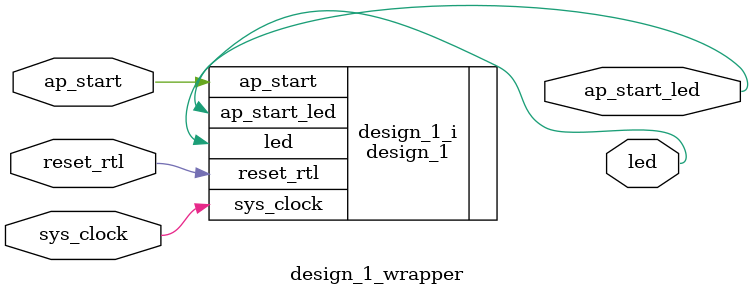
<source format=v>
`timescale 1 ps / 1 ps

module design_1_wrapper
   (ap_start,
    ap_start_led,
    led,
    reset_rtl,
    sys_clock);
  input ap_start;
  output ap_start_led;
  output led;
  input reset_rtl;
  input sys_clock;

  wire ap_start;
  wire ap_start_led;
  wire led;
  wire reset_rtl;
  wire sys_clock;

  design_1 design_1_i
       (.ap_start(ap_start),
        .ap_start_led(ap_start_led),
        .led(led),
        .reset_rtl(reset_rtl),
        .sys_clock(sys_clock));
endmodule

</source>
